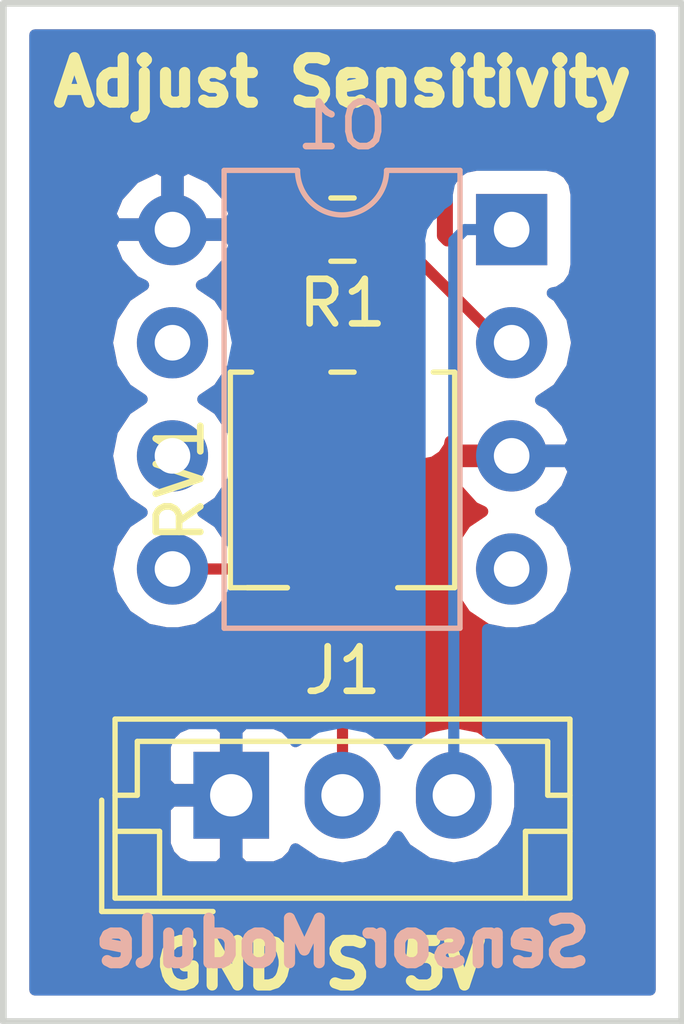
<source format=kicad_pcb>
(kicad_pcb (version 20171130) (host pcbnew "(5.0.0-3-g5ebb6b6)")

  (general
    (thickness 1.6)
    (drawings 7)
    (tracks 9)
    (zones 0)
    (modules 4)
    (nets 10)
  )

  (page A4)
  (layers
    (0 F.Cu signal)
    (31 B.Cu signal)
    (32 B.Adhes user)
    (33 F.Adhes user)
    (34 B.Paste user)
    (35 F.Paste user)
    (36 B.SilkS user)
    (37 F.SilkS user)
    (38 B.Mask user)
    (39 F.Mask user)
    (40 Dwgs.User user)
    (41 Cmts.User user)
    (42 Eco1.User user)
    (43 Eco2.User user)
    (44 Edge.Cuts user)
    (45 Margin user)
    (46 B.CrtYd user)
    (47 F.CrtYd user)
    (48 B.Fab user)
    (49 F.Fab user)
  )

  (setup
    (last_trace_width 0.25)
    (trace_clearance 0.2)
    (zone_clearance 0.508)
    (zone_45_only no)
    (trace_min 0.2)
    (segment_width 0.2)
    (edge_width 0.15)
    (via_size 0.8)
    (via_drill 0.4)
    (via_min_size 0.4)
    (via_min_drill 0.3)
    (uvia_size 0.3)
    (uvia_drill 0.1)
    (uvias_allowed no)
    (uvia_min_size 0.2)
    (uvia_min_drill 0.1)
    (pcb_text_width 0.3)
    (pcb_text_size 1.5 1.5)
    (mod_edge_width 0.15)
    (mod_text_size 1 1)
    (mod_text_width 0.15)
    (pad_size 1.524 1.524)
    (pad_drill 0.762)
    (pad_to_mask_clearance 0.2)
    (aux_axis_origin 0 0)
    (visible_elements FFFFFF7F)
    (pcbplotparams
      (layerselection 0x3ffff_ffffffff)
      (usegerberextensions false)
      (usegerberattributes false)
      (usegerberadvancedattributes false)
      (creategerberjobfile false)
      (excludeedgelayer true)
      (linewidth 0.100000)
      (plotframeref false)
      (viasonmask false)
      (mode 1)
      (useauxorigin false)
      (hpglpennumber 1)
      (hpglpenspeed 20)
      (hpglpendiameter 15.000000)
      (psnegative false)
      (psa4output false)
      (plotreference true)
      (plotvalue true)
      (plotinvisibletext false)
      (padsonsilk false)
      (subtractmaskfromsilk false)
      (outputformat 1)
      (mirror false)
      (drillshape 0)
      (scaleselection 1)
      (outputdirectory ""))
  )

  (net 0 "")
  (net 1 GND)
  (net 2 "Net-(J1-Pad2)")
  (net 3 +5V)
  (net 4 "Net-(O1-Pad2)")
  (net 5 "Net-(O1-Pad6)")
  (net 6 "Net-(O1-Pad7)")
  (net 7 "Net-(O1-Pad4)")
  (net 8 "Net-(R1-Pad2)")
  (net 9 "Net-(RV1-Pad3)")

  (net_class Default "Dies ist die voreingestellte Netzklasse."
    (clearance 0.2)
    (trace_width 0.25)
    (via_dia 0.8)
    (via_drill 0.4)
    (uvia_dia 0.3)
    (uvia_drill 0.1)
    (add_net +5V)
    (add_net GND)
    (add_net "Net-(J1-Pad2)")
    (add_net "Net-(O1-Pad2)")
    (add_net "Net-(O1-Pad4)")
    (add_net "Net-(O1-Pad6)")
    (add_net "Net-(O1-Pad7)")
    (add_net "Net-(R1-Pad2)")
    (add_net "Net-(RV1-Pad3)")
  )

  (module Connector_JST:JST_EH_B03B-EH-A_1x03_P2.50mm_Vertical (layer F.Cu) (tedit 5A0EB040) (tstamp 5C132464)
    (at 130.85 66.04)
    (descr "JST EH series connector, B03B-EH-A (http://www.jst-mfg.com/product/pdf/eng/eEH.pdf), generated with kicad-footprint-generator")
    (tags "connector JST EH side entry")
    (path /5BEB690C)
    (fp_text reference J1 (at 2.5 -2.8) (layer F.SilkS)
      (effects (font (size 1 1) (thickness 0.15)))
    )
    (fp_text value Conn_01x03_Male (at 2.5 3.4) (layer F.Fab)
      (effects (font (size 1 1) (thickness 0.15)))
    )
    (fp_line (start -2.5 -1.6) (end -2.5 2.2) (layer F.Fab) (width 0.1))
    (fp_line (start -2.5 2.2) (end 7.5 2.2) (layer F.Fab) (width 0.1))
    (fp_line (start 7.5 2.2) (end 7.5 -1.6) (layer F.Fab) (width 0.1))
    (fp_line (start 7.5 -1.6) (end -2.5 -1.6) (layer F.Fab) (width 0.1))
    (fp_line (start -3 -2.1) (end -3 2.7) (layer F.CrtYd) (width 0.05))
    (fp_line (start -3 2.7) (end 8 2.7) (layer F.CrtYd) (width 0.05))
    (fp_line (start 8 2.7) (end 8 -2.1) (layer F.CrtYd) (width 0.05))
    (fp_line (start 8 -2.1) (end -3 -2.1) (layer F.CrtYd) (width 0.05))
    (fp_line (start -2.61 -1.71) (end -2.61 2.31) (layer F.SilkS) (width 0.12))
    (fp_line (start -2.61 2.31) (end 7.61 2.31) (layer F.SilkS) (width 0.12))
    (fp_line (start 7.61 2.31) (end 7.61 -1.71) (layer F.SilkS) (width 0.12))
    (fp_line (start 7.61 -1.71) (end -2.61 -1.71) (layer F.SilkS) (width 0.12))
    (fp_line (start -2.61 0) (end -2.11 0) (layer F.SilkS) (width 0.12))
    (fp_line (start -2.11 0) (end -2.11 -1.21) (layer F.SilkS) (width 0.12))
    (fp_line (start -2.11 -1.21) (end 7.11 -1.21) (layer F.SilkS) (width 0.12))
    (fp_line (start 7.11 -1.21) (end 7.11 0) (layer F.SilkS) (width 0.12))
    (fp_line (start 7.11 0) (end 7.61 0) (layer F.SilkS) (width 0.12))
    (fp_line (start -2.61 0.81) (end -1.61 0.81) (layer F.SilkS) (width 0.12))
    (fp_line (start -1.61 0.81) (end -1.61 2.31) (layer F.SilkS) (width 0.12))
    (fp_line (start 7.61 0.81) (end 6.61 0.81) (layer F.SilkS) (width 0.12))
    (fp_line (start 6.61 0.81) (end 6.61 2.31) (layer F.SilkS) (width 0.12))
    (fp_line (start -2.91 0.11) (end -2.91 2.61) (layer F.SilkS) (width 0.12))
    (fp_line (start -2.91 2.61) (end -0.41 2.61) (layer F.SilkS) (width 0.12))
    (fp_line (start -2.91 0.11) (end -2.91 2.61) (layer F.Fab) (width 0.1))
    (fp_line (start -2.91 2.61) (end -0.41 2.61) (layer F.Fab) (width 0.1))
    (fp_text user %R (at 2.5 1.5) (layer F.Fab)
      (effects (font (size 1 1) (thickness 0.15)))
    )
    (pad 1 thru_hole rect (at 0 0) (size 1.7 1.95) (drill 0.95) (layers *.Cu *.Mask)
      (net 1 GND))
    (pad 2 thru_hole oval (at 2.5 0) (size 1.7 1.95) (drill 0.95) (layers *.Cu *.Mask)
      (net 2 "Net-(J1-Pad2)"))
    (pad 3 thru_hole oval (at 5 0) (size 1.7 1.95) (drill 0.95) (layers *.Cu *.Mask)
      (net 3 +5V))
    (model ${KISYS3DMOD}/Connector_JST.3dshapes/JST_EH_B03B-EH-A_1x03_P2.50mm_Vertical.wrl
      (at (xyz 0 0 0))
      (scale (xyz 1 1 1))
      (rotate (xyz 0 0 0))
    )
  )

  (module Package_DIP:DIP-8_W7.62mm (layer B.Cu) (tedit 5A02E8C5) (tstamp 5C132480)
    (at 137.15 53.34 180)
    (descr "8-lead though-hole mounted DIP package, row spacing 7.62 mm (300 mils)")
    (tags "THT DIP DIL PDIP 2.54mm 7.62mm 300mil")
    (path /5BEB65C6)
    (fp_text reference O1 (at 3.81 2.33 180) (layer B.SilkS)
      (effects (font (size 1 1) (thickness 0.15)) (justify mirror))
    )
    (fp_text value opt101 (at 3.81 -9.95 180) (layer B.Fab)
      (effects (font (size 1 1) (thickness 0.15)) (justify mirror))
    )
    (fp_arc (start 3.81 1.33) (end 2.81 1.33) (angle 180) (layer B.SilkS) (width 0.12))
    (fp_line (start 1.635 1.27) (end 6.985 1.27) (layer B.Fab) (width 0.1))
    (fp_line (start 6.985 1.27) (end 6.985 -8.89) (layer B.Fab) (width 0.1))
    (fp_line (start 6.985 -8.89) (end 0.635 -8.89) (layer B.Fab) (width 0.1))
    (fp_line (start 0.635 -8.89) (end 0.635 0.27) (layer B.Fab) (width 0.1))
    (fp_line (start 0.635 0.27) (end 1.635 1.27) (layer B.Fab) (width 0.1))
    (fp_line (start 2.81 1.33) (end 1.16 1.33) (layer B.SilkS) (width 0.12))
    (fp_line (start 1.16 1.33) (end 1.16 -8.95) (layer B.SilkS) (width 0.12))
    (fp_line (start 1.16 -8.95) (end 6.46 -8.95) (layer B.SilkS) (width 0.12))
    (fp_line (start 6.46 -8.95) (end 6.46 1.33) (layer B.SilkS) (width 0.12))
    (fp_line (start 6.46 1.33) (end 4.81 1.33) (layer B.SilkS) (width 0.12))
    (fp_line (start -1.1 1.55) (end -1.1 -9.15) (layer B.CrtYd) (width 0.05))
    (fp_line (start -1.1 -9.15) (end 8.7 -9.15) (layer B.CrtYd) (width 0.05))
    (fp_line (start 8.7 -9.15) (end 8.7 1.55) (layer B.CrtYd) (width 0.05))
    (fp_line (start 8.7 1.55) (end -1.1 1.55) (layer B.CrtYd) (width 0.05))
    (fp_text user %R (at 3.81 -3.81 180) (layer B.Fab)
      (effects (font (size 1 1) (thickness 0.15)) (justify mirror))
    )
    (pad 1 thru_hole rect (at 0 0 180) (size 1.6 1.6) (drill 0.8) (layers *.Cu *.Mask)
      (net 3 +5V))
    (pad 5 thru_hole oval (at 7.62 -7.62 180) (size 1.6 1.6) (drill 0.8) (layers *.Cu *.Mask)
      (net 2 "Net-(J1-Pad2)"))
    (pad 2 thru_hole oval (at 0 -2.54 180) (size 1.6 1.6) (drill 0.8) (layers *.Cu *.Mask)
      (net 4 "Net-(O1-Pad2)"))
    (pad 6 thru_hole oval (at 7.62 -5.08 180) (size 1.6 1.6) (drill 0.8) (layers *.Cu *.Mask)
      (net 5 "Net-(O1-Pad6)"))
    (pad 3 thru_hole oval (at 0 -5.08 180) (size 1.6 1.6) (drill 0.8) (layers *.Cu *.Mask)
      (net 1 GND))
    (pad 7 thru_hole oval (at 7.62 -2.54 180) (size 1.6 1.6) (drill 0.8) (layers *.Cu *.Mask)
      (net 6 "Net-(O1-Pad7)"))
    (pad 4 thru_hole oval (at 0 -7.62 180) (size 1.6 1.6) (drill 0.8) (layers *.Cu *.Mask)
      (net 7 "Net-(O1-Pad4)"))
    (pad 8 thru_hole oval (at 7.62 0 180) (size 1.6 1.6) (drill 0.8) (layers *.Cu *.Mask)
      (net 1 GND))
    (model ${KISYS3DMOD}/Package_DIP.3dshapes/DIP-8_W7.62mm.wrl
      (at (xyz 0 0 0))
      (scale (xyz 1 1 1))
      (rotate (xyz 0 0 0))
    )
  )

  (module Resistor_SMD:R_0805_2012Metric_Pad1.15x1.40mm_HandSolder (layer F.Cu) (tedit 5B36C52B) (tstamp 5C132491)
    (at 133.35 53.34 180)
    (descr "Resistor SMD 0805 (2012 Metric), square (rectangular) end terminal, IPC_7351 nominal with elongated pad for handsoldering. (Body size source: https://docs.google.com/spreadsheets/d/1BsfQQcO9C6DZCsRaXUlFlo91Tg2WpOkGARC1WS5S8t0/edit?usp=sharing), generated with kicad-footprint-generator")
    (tags "resistor handsolder")
    (path /5BEB3BC5)
    (attr smd)
    (fp_text reference R1 (at 0 -1.65 180) (layer F.SilkS)
      (effects (font (size 1 1) (thickness 0.15)))
    )
    (fp_text value R (at 0 1.65 180) (layer F.Fab)
      (effects (font (size 1 1) (thickness 0.15)))
    )
    (fp_line (start -1 0.6) (end -1 -0.6) (layer F.Fab) (width 0.1))
    (fp_line (start -1 -0.6) (end 1 -0.6) (layer F.Fab) (width 0.1))
    (fp_line (start 1 -0.6) (end 1 0.6) (layer F.Fab) (width 0.1))
    (fp_line (start 1 0.6) (end -1 0.6) (layer F.Fab) (width 0.1))
    (fp_line (start -0.261252 -0.71) (end 0.261252 -0.71) (layer F.SilkS) (width 0.12))
    (fp_line (start -0.261252 0.71) (end 0.261252 0.71) (layer F.SilkS) (width 0.12))
    (fp_line (start -1.85 0.95) (end -1.85 -0.95) (layer F.CrtYd) (width 0.05))
    (fp_line (start -1.85 -0.95) (end 1.85 -0.95) (layer F.CrtYd) (width 0.05))
    (fp_line (start 1.85 -0.95) (end 1.85 0.95) (layer F.CrtYd) (width 0.05))
    (fp_line (start 1.85 0.95) (end -1.85 0.95) (layer F.CrtYd) (width 0.05))
    (fp_text user %R (at 0 0 180) (layer F.Fab)
      (effects (font (size 0.5 0.5) (thickness 0.08)))
    )
    (pad 1 smd roundrect (at -1.025 0 180) (size 1.15 1.4) (layers F.Cu F.Paste F.Mask) (roundrect_rratio 0.217391)
      (net 4 "Net-(O1-Pad2)"))
    (pad 2 smd roundrect (at 1.025 0 180) (size 1.15 1.4) (layers F.Cu F.Paste F.Mask) (roundrect_rratio 0.217391)
      (net 8 "Net-(R1-Pad2)"))
    (model ${KISYS3DMOD}/Resistor_SMD.3dshapes/R_0805_2012Metric.wrl
      (at (xyz 0 0 0))
      (scale (xyz 1 1 1))
      (rotate (xyz 0 0 0))
    )
  )

  (module Potentiometer_SMD:Potentiometer_Bourns_3214J_Horizontal (layer F.Cu) (tedit 5A3D7171) (tstamp 5C1324B0)
    (at 133.35 58.96 90)
    (descr "Potentiometer, horizontal, Bourns 3214J, https://www.bourns.com/docs/Product-Datasheets/3214.pdf")
    (tags "Potentiometer horizontal Bourns 3214J")
    (path /5BEB3EB0)
    (attr smd)
    (fp_text reference RV1 (at 0 -3.65 90) (layer F.SilkS)
      (effects (font (size 1 1) (thickness 0.15)))
    )
    (fp_text value R_POT (at 0 3.65 90) (layer F.Fab)
      (effects (font (size 1 1) (thickness 0.15)))
    )
    (fp_line (start -2.3 -2.4) (end -2.3 2.4) (layer F.Fab) (width 0.1))
    (fp_line (start -2.3 2.4) (end 2.3 2.4) (layer F.Fab) (width 0.1))
    (fp_line (start 2.3 2.4) (end 2.3 -2.4) (layer F.Fab) (width 0.1))
    (fp_line (start 2.3 -2.4) (end -2.3 -2.4) (layer F.Fab) (width 0.1))
    (fp_line (start -2.3 -2.02) (end -2.3 -0.24) (layer F.Fab) (width 0.1))
    (fp_line (start -2.3 -0.24) (end -2.3 -0.24) (layer F.Fab) (width 0.1))
    (fp_line (start -2.3 -0.24) (end -2.3 -2.02) (layer F.Fab) (width 0.1))
    (fp_line (start -2.3 -2.02) (end -2.3 -2.02) (layer F.Fab) (width 0.1))
    (fp_line (start -2.3 -1.13) (end -2.3 -1.13) (layer F.Fab) (width 0.1))
    (fp_line (start -2.42 -2.52) (end 2.42 -2.52) (layer F.SilkS) (width 0.12))
    (fp_line (start -2.42 2.52) (end 2.42 2.52) (layer F.SilkS) (width 0.12))
    (fp_line (start -2.42 -2.52) (end -2.42 -1.24) (layer F.SilkS) (width 0.12))
    (fp_line (start -2.42 1.24) (end -2.42 2.52) (layer F.SilkS) (width 0.12))
    (fp_line (start 2.42 -2.52) (end 2.42 -2.04) (layer F.SilkS) (width 0.12))
    (fp_line (start 2.42 -0.26) (end 2.42 0.26) (layer F.SilkS) (width 0.12))
    (fp_line (start 2.42 2.04) (end 2.42 2.52) (layer F.SilkS) (width 0.12))
    (fp_line (start -2.42 -2.14) (end -2.42 -2.14) (layer F.SilkS) (width 0.12))
    (fp_line (start -2.42 -2.14) (end -2.42 -1.24) (layer F.SilkS) (width 0.12))
    (fp_line (start -2.42 -2.14) (end -2.42 -1.24) (layer F.SilkS) (width 0.12))
    (fp_line (start -3.25 -2.65) (end -3.25 2.65) (layer F.CrtYd) (width 0.05))
    (fp_line (start -3.25 2.65) (end 3.25 2.65) (layer F.CrtYd) (width 0.05))
    (fp_line (start 3.25 2.65) (end 3.25 -2.65) (layer F.CrtYd) (width 0.05))
    (fp_line (start 3.25 -2.65) (end -3.25 -2.65) (layer F.CrtYd) (width 0.05))
    (fp_text user %R (at 0 0 90) (layer F.Fab)
      (effects (font (size 1 1) (thickness 0.15)))
    )
    (pad 1 smd rect (at 2 -1.15 90) (size 2 1.3) (layers F.Cu F.Paste F.Mask)
      (net 8 "Net-(R1-Pad2)"))
    (pad 2 smd rect (at -2 0 90) (size 2 2) (layers F.Cu F.Paste F.Mask)
      (net 2 "Net-(J1-Pad2)"))
    (pad 3 smd rect (at 2 1.15 90) (size 2 1.3) (layers F.Cu F.Paste F.Mask)
      (net 9 "Net-(RV1-Pad3)"))
    (model ${KISYS3DMOD}/Potentiometer_SMD.3dshapes/Potentiometer_Bourns_3214J_Horizontal.wrl
      (at (xyz 0 0 0))
      (scale (xyz 1 1 1))
      (rotate (xyz 0 0 0))
    )
  )

  (gr_text "Sensor Module" (at 133.35 69.35) (layer B.SilkS)
    (effects (font (size 1 1) (thickness 0.25)) (justify mirror))
  )
  (gr_text "GND S 5V" (at 132.85 69.85) (layer F.SilkS)
    (effects (font (size 1 1) (thickness 0.25)))
  )
  (gr_text "Adjust Sensitivity" (at 133.35 50.03) (layer F.SilkS)
    (effects (font (size 1 1) (thickness 0.25)))
  )
  (gr_line (start 140.97 48.26) (end 125.73 48.26) (layer Edge.Cuts) (width 0.15))
  (gr_line (start 140.97 71.12) (end 140.97 48.26) (layer Edge.Cuts) (width 0.15))
  (gr_line (start 125.73 71.12) (end 140.97 71.12) (layer Edge.Cuts) (width 0.15))
  (gr_line (start 125.73 48.26) (end 125.73 71.12) (layer Edge.Cuts) (width 0.15))

  (segment (start 129.53 60.96) (end 133.35 60.96) (width 0.25) (layer F.Cu) (net 2))
  (segment (start 133.35 60.96) (end 133.35 66.04) (width 0.25) (layer F.Cu) (net 2))
  (segment (start 135.85 53.59) (end 136.1 53.34) (width 0.25) (layer B.Cu) (net 3))
  (segment (start 136.1 53.34) (end 137.15 53.34) (width 0.25) (layer B.Cu) (net 3))
  (segment (start 135.85 66.04) (end 135.85 53.59) (width 0.25) (layer B.Cu) (net 3))
  (segment (start 136.915 55.88) (end 137.15 55.88) (width 0.25) (layer F.Cu) (net 4))
  (segment (start 134.375 53.34) (end 136.915 55.88) (width 0.25) (layer F.Cu) (net 4))
  (segment (start 132.2 53.465) (end 132.325 53.34) (width 0.25) (layer F.Cu) (net 8))
  (segment (start 132.2 56.96) (end 132.2 53.465) (width 0.25) (layer F.Cu) (net 8))

  (zone (net 1) (net_name GND) (layer F.Cu) (tstamp 5C133484) (hatch edge 0.508)
    (connect_pads (clearance 0.508))
    (min_thickness 0.254)
    (fill yes (arc_segments 16) (thermal_gap 0.508) (thermal_bridge_width 0.508))
    (polygon
      (pts
        (xy 125.73 48.26) (xy 140.97 48.26) (xy 140.97 71.12) (xy 125.73 71.12)
      )
    )
    (filled_polygon
      (pts
        (xy 140.26 70.41) (xy 126.44 70.41) (xy 126.44 66.32575) (xy 129.365 66.32575) (xy 129.365 67.14131)
        (xy 129.461673 67.374699) (xy 129.640302 67.553327) (xy 129.873691 67.65) (xy 130.56425 67.65) (xy 130.723 67.49125)
        (xy 130.723 66.167) (xy 129.52375 66.167) (xy 129.365 66.32575) (xy 126.44 66.32575) (xy 126.44 64.93869)
        (xy 129.365 64.93869) (xy 129.365 65.75425) (xy 129.52375 65.913) (xy 130.723 65.913) (xy 130.723 64.58875)
        (xy 130.56425 64.43) (xy 129.873691 64.43) (xy 129.640302 64.526673) (xy 129.461673 64.705301) (xy 129.365 64.93869)
        (xy 126.44 64.93869) (xy 126.44 55.88) (xy 128.066887 55.88) (xy 128.17826 56.439909) (xy 128.495423 56.914577)
        (xy 128.847758 57.15) (xy 128.495423 57.385423) (xy 128.17826 57.860091) (xy 128.066887 58.42) (xy 128.17826 58.979909)
        (xy 128.495423 59.454577) (xy 128.847758 59.69) (xy 128.495423 59.925423) (xy 128.17826 60.400091) (xy 128.066887 60.96)
        (xy 128.17826 61.519909) (xy 128.495423 61.994577) (xy 128.970091 62.31174) (xy 129.388667 62.395) (xy 129.671333 62.395)
        (xy 130.089909 62.31174) (xy 130.564577 61.994577) (xy 130.748043 61.72) (xy 131.70256 61.72) (xy 131.70256 61.96)
        (xy 131.751843 62.207765) (xy 131.892191 62.417809) (xy 132.102235 62.558157) (xy 132.35 62.60744) (xy 132.59 62.60744)
        (xy 132.590001 64.636822) (xy 132.292344 64.835709) (xy 132.238327 64.705301) (xy 132.059698 64.526673) (xy 131.826309 64.43)
        (xy 131.13575 64.43) (xy 130.977 64.58875) (xy 130.977 65.913) (xy 130.997 65.913) (xy 130.997 66.167)
        (xy 130.977 66.167) (xy 130.977 67.49125) (xy 131.13575 67.65) (xy 131.826309 67.65) (xy 132.059698 67.553327)
        (xy 132.238327 67.374699) (xy 132.292344 67.244291) (xy 132.770583 67.563839) (xy 133.35 67.679092) (xy 133.929418 67.563839)
        (xy 134.420625 67.235625) (xy 134.6 66.967171) (xy 134.779375 67.235625) (xy 135.270583 67.563839) (xy 135.85 67.679092)
        (xy 136.429418 67.563839) (xy 136.920625 67.235625) (xy 137.248839 66.744417) (xy 137.335 66.311255) (xy 137.335 65.768744)
        (xy 137.248839 65.335582) (xy 136.920625 64.844375) (xy 136.429417 64.516161) (xy 135.85 64.400908) (xy 135.270582 64.516161)
        (xy 134.779375 64.844375) (xy 134.6 65.112829) (xy 134.420625 64.844375) (xy 134.11 64.636822) (xy 134.11 62.60744)
        (xy 134.35 62.60744) (xy 134.597765 62.558157) (xy 134.807809 62.417809) (xy 134.948157 62.207765) (xy 134.99744 61.96)
        (xy 134.99744 60.96) (xy 135.686887 60.96) (xy 135.79826 61.519909) (xy 136.115423 61.994577) (xy 136.590091 62.31174)
        (xy 137.008667 62.395) (xy 137.291333 62.395) (xy 137.709909 62.31174) (xy 138.184577 61.994577) (xy 138.50174 61.519909)
        (xy 138.613113 60.96) (xy 138.50174 60.400091) (xy 138.184577 59.925423) (xy 137.800892 59.669053) (xy 138.005134 59.572389)
        (xy 138.381041 59.157423) (xy 138.541904 58.769039) (xy 138.419915 58.547) (xy 137.277 58.547) (xy 137.277 58.567)
        (xy 137.023 58.567) (xy 137.023 58.547) (xy 135.880085 58.547) (xy 135.758096 58.769039) (xy 135.918959 59.157423)
        (xy 136.294866 59.572389) (xy 136.499108 59.669053) (xy 136.115423 59.925423) (xy 135.79826 60.400091) (xy 135.686887 60.96)
        (xy 134.99744 60.96) (xy 134.99744 59.96) (xy 134.948157 59.712235) (xy 134.807809 59.502191) (xy 134.597765 59.361843)
        (xy 134.35 59.31256) (xy 132.35 59.31256) (xy 132.102235 59.361843) (xy 131.892191 59.502191) (xy 131.751843 59.712235)
        (xy 131.70256 59.96) (xy 131.70256 60.2) (xy 130.748043 60.2) (xy 130.564577 59.925423) (xy 130.212242 59.69)
        (xy 130.564577 59.454577) (xy 130.88174 58.979909) (xy 130.993113 58.42) (xy 130.88174 57.860091) (xy 130.564577 57.385423)
        (xy 130.212242 57.15) (xy 130.564577 56.914577) (xy 130.88174 56.439909) (xy 130.90256 56.33524) (xy 130.90256 57.96)
        (xy 130.951843 58.207765) (xy 131.092191 58.417809) (xy 131.302235 58.558157) (xy 131.55 58.60744) (xy 132.85 58.60744)
        (xy 133.097765 58.558157) (xy 133.307809 58.417809) (xy 133.35 58.354666) (xy 133.392191 58.417809) (xy 133.602235 58.558157)
        (xy 133.85 58.60744) (xy 135.15 58.60744) (xy 135.397765 58.558157) (xy 135.607809 58.417809) (xy 135.748157 58.207765)
        (xy 135.770777 58.094043) (xy 135.880085 58.293) (xy 137.023 58.293) (xy 137.023 58.273) (xy 137.277 58.273)
        (xy 137.277 58.293) (xy 138.419915 58.293) (xy 138.541904 58.070961) (xy 138.381041 57.682577) (xy 138.005134 57.267611)
        (xy 137.800892 57.170947) (xy 138.184577 56.914577) (xy 138.50174 56.439909) (xy 138.613113 55.88) (xy 138.50174 55.320091)
        (xy 138.184577 54.845423) (xy 138.063894 54.764785) (xy 138.197765 54.738157) (xy 138.407809 54.597809) (xy 138.548157 54.387765)
        (xy 138.59744 54.14) (xy 138.59744 52.54) (xy 138.548157 52.292235) (xy 138.407809 52.082191) (xy 138.197765 51.941843)
        (xy 137.95 51.89256) (xy 136.35 51.89256) (xy 136.102235 51.941843) (xy 135.892191 52.082191) (xy 135.751843 52.292235)
        (xy 135.70256 52.54) (xy 135.70256 53.592758) (xy 135.59744 53.487638) (xy 135.59744 52.889999) (xy 135.529127 52.546564)
        (xy 135.334586 52.255414) (xy 135.043436 52.060873) (xy 134.700001 51.99256) (xy 134.049999 51.99256) (xy 133.706564 52.060873)
        (xy 133.415414 52.255414) (xy 133.35 52.353313) (xy 133.284586 52.255414) (xy 132.993436 52.060873) (xy 132.650001 51.99256)
        (xy 131.999999 51.99256) (xy 131.656564 52.060873) (xy 131.365414 52.255414) (xy 131.170873 52.546564) (xy 131.10256 52.889999)
        (xy 131.10256 53.790001) (xy 131.170873 54.133436) (xy 131.365414 54.424586) (xy 131.440001 54.474423) (xy 131.44 55.33444)
        (xy 131.302235 55.361843) (xy 131.092191 55.502191) (xy 130.95793 55.703125) (xy 130.88174 55.320091) (xy 130.564577 54.845423)
        (xy 130.180892 54.589053) (xy 130.385134 54.492389) (xy 130.761041 54.077423) (xy 130.921904 53.689039) (xy 130.799915 53.467)
        (xy 129.657 53.467) (xy 129.657 53.487) (xy 129.403 53.487) (xy 129.403 53.467) (xy 128.260085 53.467)
        (xy 128.138096 53.689039) (xy 128.298959 54.077423) (xy 128.674866 54.492389) (xy 128.879108 54.589053) (xy 128.495423 54.845423)
        (xy 128.17826 55.320091) (xy 128.066887 55.88) (xy 126.44 55.88) (xy 126.44 52.990961) (xy 128.138096 52.990961)
        (xy 128.260085 53.213) (xy 129.403 53.213) (xy 129.403 52.069371) (xy 129.657 52.069371) (xy 129.657 53.213)
        (xy 130.799915 53.213) (xy 130.921904 52.990961) (xy 130.761041 52.602577) (xy 130.385134 52.187611) (xy 129.879041 51.948086)
        (xy 129.657 52.069371) (xy 129.403 52.069371) (xy 129.180959 51.948086) (xy 128.674866 52.187611) (xy 128.298959 52.602577)
        (xy 128.138096 52.990961) (xy 126.44 52.990961) (xy 126.44 48.97) (xy 140.260001 48.97)
      )
    )
  )
  (zone (net 1) (net_name GND) (layer B.Cu) (tstamp 5C133481) (hatch edge 0.508)
    (connect_pads (clearance 0.508))
    (min_thickness 0.254)
    (fill yes (arc_segments 16) (thermal_gap 0.508) (thermal_bridge_width 0.508))
    (polygon
      (pts
        (xy 125.73 48.26) (xy 140.97 48.26) (xy 140.97 71.12) (xy 125.73 71.12)
      )
    )
    (filled_polygon
      (pts
        (xy 140.26 70.41) (xy 126.44 70.41) (xy 126.44 66.32575) (xy 129.365 66.32575) (xy 129.365 67.14131)
        (xy 129.461673 67.374699) (xy 129.640302 67.553327) (xy 129.873691 67.65) (xy 130.56425 67.65) (xy 130.723 67.49125)
        (xy 130.723 66.167) (xy 129.52375 66.167) (xy 129.365 66.32575) (xy 126.44 66.32575) (xy 126.44 64.93869)
        (xy 129.365 64.93869) (xy 129.365 65.75425) (xy 129.52375 65.913) (xy 130.723 65.913) (xy 130.723 64.58875)
        (xy 130.977 64.58875) (xy 130.977 65.913) (xy 130.997 65.913) (xy 130.997 66.167) (xy 130.977 66.167)
        (xy 130.977 67.49125) (xy 131.13575 67.65) (xy 131.826309 67.65) (xy 132.059698 67.553327) (xy 132.238327 67.374699)
        (xy 132.292344 67.244291) (xy 132.770583 67.563839) (xy 133.35 67.679092) (xy 133.929418 67.563839) (xy 134.420625 67.235625)
        (xy 134.6 66.967171) (xy 134.779375 67.235625) (xy 135.270583 67.563839) (xy 135.85 67.679092) (xy 136.429418 67.563839)
        (xy 136.920625 67.235625) (xy 137.248839 66.744417) (xy 137.335 66.311255) (xy 137.335 65.768744) (xy 137.248839 65.335582)
        (xy 136.920625 64.844375) (xy 136.61 64.636822) (xy 136.61 62.3157) (xy 137.008667 62.395) (xy 137.291333 62.395)
        (xy 137.709909 62.31174) (xy 138.184577 61.994577) (xy 138.50174 61.519909) (xy 138.613113 60.96) (xy 138.50174 60.400091)
        (xy 138.184577 59.925423) (xy 137.800892 59.669053) (xy 138.005134 59.572389) (xy 138.381041 59.157423) (xy 138.541904 58.769039)
        (xy 138.419915 58.547) (xy 137.277 58.547) (xy 137.277 58.567) (xy 137.023 58.567) (xy 137.023 58.547)
        (xy 137.003 58.547) (xy 137.003 58.293) (xy 137.023 58.293) (xy 137.023 58.273) (xy 137.277 58.273)
        (xy 137.277 58.293) (xy 138.419915 58.293) (xy 138.541904 58.070961) (xy 138.381041 57.682577) (xy 138.005134 57.267611)
        (xy 137.800892 57.170947) (xy 138.184577 56.914577) (xy 138.50174 56.439909) (xy 138.613113 55.88) (xy 138.50174 55.320091)
        (xy 138.184577 54.845423) (xy 138.063894 54.764785) (xy 138.197765 54.738157) (xy 138.407809 54.597809) (xy 138.548157 54.387765)
        (xy 138.59744 54.14) (xy 138.59744 52.54) (xy 138.548157 52.292235) (xy 138.407809 52.082191) (xy 138.197765 51.941843)
        (xy 137.95 51.89256) (xy 136.35 51.89256) (xy 136.102235 51.941843) (xy 135.892191 52.082191) (xy 135.751843 52.292235)
        (xy 135.70256 52.54) (xy 135.70256 52.691517) (xy 135.552071 52.792071) (xy 135.50967 52.855528) (xy 135.365527 52.999672)
        (xy 135.302072 53.042071) (xy 135.259672 53.105527) (xy 135.259671 53.105528) (xy 135.134097 53.293463) (xy 135.075112 53.59)
        (xy 135.090001 53.664852) (xy 135.09 64.636822) (xy 134.779375 64.844375) (xy 134.6 65.112829) (xy 134.420625 64.844375)
        (xy 133.929417 64.516161) (xy 133.35 64.400908) (xy 132.770582 64.516161) (xy 132.292344 64.835709) (xy 132.238327 64.705301)
        (xy 132.059698 64.526673) (xy 131.826309 64.43) (xy 131.13575 64.43) (xy 130.977 64.58875) (xy 130.723 64.58875)
        (xy 130.56425 64.43) (xy 129.873691 64.43) (xy 129.640302 64.526673) (xy 129.461673 64.705301) (xy 129.365 64.93869)
        (xy 126.44 64.93869) (xy 126.44 55.88) (xy 128.066887 55.88) (xy 128.17826 56.439909) (xy 128.495423 56.914577)
        (xy 128.847758 57.15) (xy 128.495423 57.385423) (xy 128.17826 57.860091) (xy 128.066887 58.42) (xy 128.17826 58.979909)
        (xy 128.495423 59.454577) (xy 128.847758 59.69) (xy 128.495423 59.925423) (xy 128.17826 60.400091) (xy 128.066887 60.96)
        (xy 128.17826 61.519909) (xy 128.495423 61.994577) (xy 128.970091 62.31174) (xy 129.388667 62.395) (xy 129.671333 62.395)
        (xy 130.089909 62.31174) (xy 130.564577 61.994577) (xy 130.88174 61.519909) (xy 130.993113 60.96) (xy 130.88174 60.400091)
        (xy 130.564577 59.925423) (xy 130.212242 59.69) (xy 130.564577 59.454577) (xy 130.88174 58.979909) (xy 130.993113 58.42)
        (xy 130.88174 57.860091) (xy 130.564577 57.385423) (xy 130.212242 57.15) (xy 130.564577 56.914577) (xy 130.88174 56.439909)
        (xy 130.993113 55.88) (xy 130.88174 55.320091) (xy 130.564577 54.845423) (xy 130.180892 54.589053) (xy 130.385134 54.492389)
        (xy 130.761041 54.077423) (xy 130.921904 53.689039) (xy 130.799915 53.467) (xy 129.657 53.467) (xy 129.657 53.487)
        (xy 129.403 53.487) (xy 129.403 53.467) (xy 128.260085 53.467) (xy 128.138096 53.689039) (xy 128.298959 54.077423)
        (xy 128.674866 54.492389) (xy 128.879108 54.589053) (xy 128.495423 54.845423) (xy 128.17826 55.320091) (xy 128.066887 55.88)
        (xy 126.44 55.88) (xy 126.44 52.990961) (xy 128.138096 52.990961) (xy 128.260085 53.213) (xy 129.403 53.213)
        (xy 129.403 52.069371) (xy 129.657 52.069371) (xy 129.657 53.213) (xy 130.799915 53.213) (xy 130.921904 52.990961)
        (xy 130.761041 52.602577) (xy 130.385134 52.187611) (xy 129.879041 51.948086) (xy 129.657 52.069371) (xy 129.403 52.069371)
        (xy 129.180959 51.948086) (xy 128.674866 52.187611) (xy 128.298959 52.602577) (xy 128.138096 52.990961) (xy 126.44 52.990961)
        (xy 126.44 48.97) (xy 140.260001 48.97)
      )
    )
  )
)

</source>
